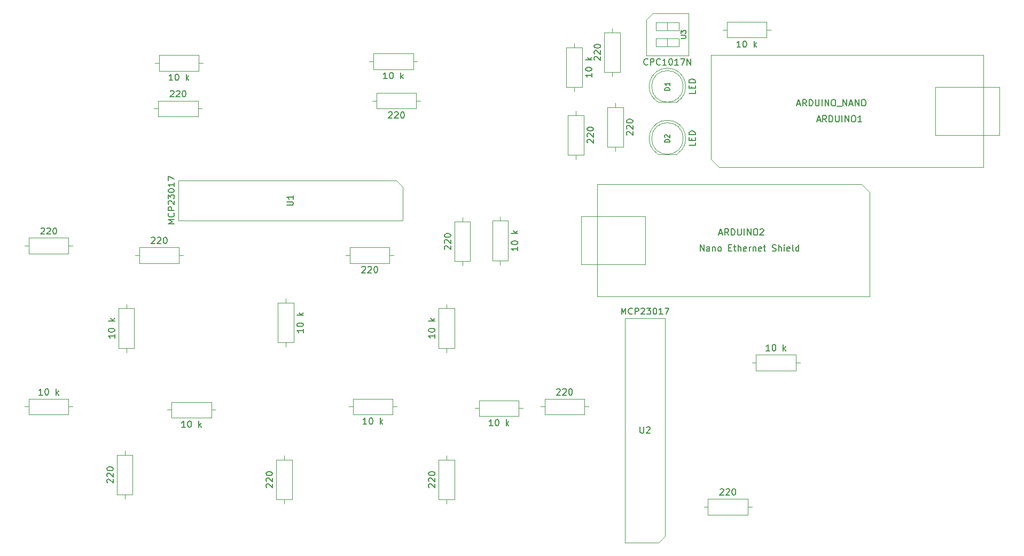
<source format=gbr>
G04 #@! TF.FileFunction,Other,Fab,Top*
%FSLAX46Y46*%
G04 Gerber Fmt 4.6, Leading zero omitted, Abs format (unit mm)*
G04 Created by KiCad (PCBNEW 4.0.7) date Monday, 04 December 2017 'PMt' 14:32:11*
%MOMM*%
%LPD*%
G01*
G04 APERTURE LIST*
%ADD10C,0.100000*%
%ADD11C,0.150000*%
%ADD12C,0.200000*%
G04 APERTURE END LIST*
D10*
X127469666Y-32480016D02*
G75*
G03X124530306Y-32480000I-1469666J2500016D01*
G01*
X128500000Y-29980000D02*
G75*
G03X128500000Y-29980000I-2500000J0D01*
G01*
X124530306Y-32480000D02*
X127469694Y-32480000D01*
X127469666Y-40730016D02*
G75*
G03X124530306Y-40730000I-1469666J2500016D01*
G01*
X128500000Y-38230000D02*
G75*
G03X128500000Y-38230000I-2500000J0D01*
G01*
X124530306Y-40730000D02*
X127469694Y-40730000D01*
X51590000Y-34750000D02*
X51590000Y-32250000D01*
X51590000Y-32250000D02*
X45290000Y-32250000D01*
X45290000Y-32250000D02*
X45290000Y-34750000D01*
X45290000Y-34750000D02*
X51590000Y-34750000D01*
X52250000Y-33500000D02*
X51590000Y-33500000D01*
X44630000Y-33500000D02*
X45290000Y-33500000D01*
X45410000Y-25000000D02*
X45410000Y-27500000D01*
X45410000Y-27500000D02*
X51710000Y-27500000D01*
X51710000Y-27500000D02*
X51710000Y-25000000D01*
X51710000Y-25000000D02*
X45410000Y-25000000D01*
X44750000Y-26250000D02*
X45410000Y-26250000D01*
X52370000Y-26250000D02*
X51710000Y-26250000D01*
X79910000Y-31000000D02*
X79910000Y-33500000D01*
X79910000Y-33500000D02*
X86210000Y-33500000D01*
X86210000Y-33500000D02*
X86210000Y-31000000D01*
X86210000Y-31000000D02*
X79910000Y-31000000D01*
X79250000Y-32250000D02*
X79910000Y-32250000D01*
X86870000Y-32250000D02*
X86210000Y-32250000D01*
X79410000Y-24750000D02*
X79410000Y-27250000D01*
X79410000Y-27250000D02*
X85710000Y-27250000D01*
X85710000Y-27250000D02*
X85710000Y-24750000D01*
X85710000Y-24750000D02*
X79410000Y-24750000D01*
X78750000Y-26000000D02*
X79410000Y-26000000D01*
X86370000Y-26000000D02*
X85710000Y-26000000D01*
X110250000Y-40840000D02*
X112750000Y-40840000D01*
X112750000Y-40840000D02*
X112750000Y-34540000D01*
X112750000Y-34540000D02*
X110250000Y-34540000D01*
X110250000Y-34540000D02*
X110250000Y-40840000D01*
X111500000Y-41500000D02*
X111500000Y-40840000D01*
X111500000Y-33880000D02*
X111500000Y-34540000D01*
X110000000Y-30090000D02*
X112500000Y-30090000D01*
X112500000Y-30090000D02*
X112500000Y-23790000D01*
X112500000Y-23790000D02*
X110000000Y-23790000D01*
X110000000Y-23790000D02*
X110000000Y-30090000D01*
X111250000Y-30750000D02*
X111250000Y-30090000D01*
X111250000Y-23130000D02*
X111250000Y-23790000D01*
X118500000Y-21410000D02*
X116000000Y-21410000D01*
X116000000Y-21410000D02*
X116000000Y-27710000D01*
X116000000Y-27710000D02*
X118500000Y-27710000D01*
X118500000Y-27710000D02*
X118500000Y-21410000D01*
X117250000Y-20750000D02*
X117250000Y-21410000D01*
X117250000Y-28370000D02*
X117250000Y-27710000D01*
X116500000Y-39590000D02*
X119000000Y-39590000D01*
X119000000Y-39590000D02*
X119000000Y-33290000D01*
X119000000Y-33290000D02*
X116500000Y-33290000D01*
X116500000Y-33290000D02*
X116500000Y-39590000D01*
X117750000Y-40250000D02*
X117750000Y-39590000D01*
X117750000Y-32630000D02*
X117750000Y-33290000D01*
X135410000Y-19750000D02*
X135410000Y-22250000D01*
X135410000Y-22250000D02*
X141710000Y-22250000D01*
X141710000Y-22250000D02*
X141710000Y-19750000D01*
X141710000Y-19750000D02*
X135410000Y-19750000D01*
X134750000Y-21000000D02*
X135410000Y-21000000D01*
X142370000Y-21000000D02*
X141710000Y-21000000D01*
X31090000Y-56500000D02*
X31090000Y-54000000D01*
X31090000Y-54000000D02*
X24790000Y-54000000D01*
X24790000Y-54000000D02*
X24790000Y-56500000D01*
X24790000Y-56500000D02*
X31090000Y-56500000D01*
X31750000Y-55250000D02*
X31090000Y-55250000D01*
X24130000Y-55250000D02*
X24790000Y-55250000D01*
X41500000Y-65160000D02*
X39000000Y-65160000D01*
X39000000Y-65160000D02*
X39000000Y-71460000D01*
X39000000Y-71460000D02*
X41500000Y-71460000D01*
X41500000Y-71460000D02*
X41500000Y-65160000D01*
X40250000Y-64500000D02*
X40250000Y-65160000D01*
X40250000Y-72120000D02*
X40250000Y-71460000D01*
X48590000Y-58000000D02*
X48590000Y-55500000D01*
X48590000Y-55500000D02*
X42290000Y-55500000D01*
X42290000Y-55500000D02*
X42290000Y-58000000D01*
X42290000Y-58000000D02*
X48590000Y-58000000D01*
X49250000Y-56750000D02*
X48590000Y-56750000D01*
X41630000Y-56750000D02*
X42290000Y-56750000D01*
X64250000Y-70590000D02*
X66750000Y-70590000D01*
X66750000Y-70590000D02*
X66750000Y-64290000D01*
X66750000Y-64290000D02*
X64250000Y-64290000D01*
X64250000Y-64290000D02*
X64250000Y-70590000D01*
X65500000Y-71250000D02*
X65500000Y-70590000D01*
X65500000Y-63630000D02*
X65500000Y-64290000D01*
X75660000Y-55500000D02*
X75660000Y-58000000D01*
X75660000Y-58000000D02*
X81960000Y-58000000D01*
X81960000Y-58000000D02*
X81960000Y-55500000D01*
X81960000Y-55500000D02*
X75660000Y-55500000D01*
X75000000Y-56750000D02*
X75660000Y-56750000D01*
X82620000Y-56750000D02*
X81960000Y-56750000D01*
X92250000Y-65160000D02*
X89750000Y-65160000D01*
X89750000Y-65160000D02*
X89750000Y-71460000D01*
X89750000Y-71460000D02*
X92250000Y-71460000D01*
X92250000Y-71460000D02*
X92250000Y-65160000D01*
X91000000Y-64500000D02*
X91000000Y-65160000D01*
X91000000Y-72120000D02*
X91000000Y-71460000D01*
X94750000Y-51410000D02*
X92250000Y-51410000D01*
X92250000Y-51410000D02*
X92250000Y-57710000D01*
X92250000Y-57710000D02*
X94750000Y-57710000D01*
X94750000Y-57710000D02*
X94750000Y-51410000D01*
X93500000Y-50750000D02*
X93500000Y-51410000D01*
X93500000Y-58370000D02*
X93500000Y-57710000D01*
X98250000Y-57590000D02*
X100750000Y-57590000D01*
X100750000Y-57590000D02*
X100750000Y-51290000D01*
X100750000Y-51290000D02*
X98250000Y-51290000D01*
X98250000Y-51290000D02*
X98250000Y-57590000D01*
X99500000Y-58250000D02*
X99500000Y-57590000D01*
X99500000Y-50630000D02*
X99500000Y-51290000D01*
X41250000Y-88410000D02*
X38750000Y-88410000D01*
X38750000Y-88410000D02*
X38750000Y-94710000D01*
X38750000Y-94710000D02*
X41250000Y-94710000D01*
X41250000Y-94710000D02*
X41250000Y-88410000D01*
X40000000Y-87750000D02*
X40000000Y-88410000D01*
X40000000Y-95370000D02*
X40000000Y-94710000D01*
X31090000Y-82000000D02*
X31090000Y-79500000D01*
X31090000Y-79500000D02*
X24790000Y-79500000D01*
X24790000Y-79500000D02*
X24790000Y-82000000D01*
X24790000Y-82000000D02*
X31090000Y-82000000D01*
X31750000Y-80750000D02*
X31090000Y-80750000D01*
X24130000Y-80750000D02*
X24790000Y-80750000D01*
X66500000Y-89160000D02*
X64000000Y-89160000D01*
X64000000Y-89160000D02*
X64000000Y-95460000D01*
X64000000Y-95460000D02*
X66500000Y-95460000D01*
X66500000Y-95460000D02*
X66500000Y-89160000D01*
X65250000Y-88500000D02*
X65250000Y-89160000D01*
X65250000Y-96120000D02*
X65250000Y-95460000D01*
X47410000Y-80000000D02*
X47410000Y-82500000D01*
X47410000Y-82500000D02*
X53710000Y-82500000D01*
X53710000Y-82500000D02*
X53710000Y-80000000D01*
X53710000Y-80000000D02*
X47410000Y-80000000D01*
X46750000Y-81250000D02*
X47410000Y-81250000D01*
X54370000Y-81250000D02*
X53710000Y-81250000D01*
X92250000Y-89160000D02*
X89750000Y-89160000D01*
X89750000Y-89160000D02*
X89750000Y-95460000D01*
X89750000Y-95460000D02*
X92250000Y-95460000D01*
X92250000Y-95460000D02*
X92250000Y-89160000D01*
X91000000Y-88500000D02*
X91000000Y-89160000D01*
X91000000Y-96120000D02*
X91000000Y-95460000D01*
X76160000Y-79500000D02*
X76160000Y-82000000D01*
X76160000Y-82000000D02*
X82460000Y-82000000D01*
X82460000Y-82000000D02*
X82460000Y-79500000D01*
X82460000Y-79500000D02*
X76160000Y-79500000D01*
X75500000Y-80750000D02*
X76160000Y-80750000D01*
X83120000Y-80750000D02*
X82460000Y-80750000D01*
X112840000Y-82000000D02*
X112840000Y-79500000D01*
X112840000Y-79500000D02*
X106540000Y-79500000D01*
X106540000Y-79500000D02*
X106540000Y-82000000D01*
X106540000Y-82000000D02*
X112840000Y-82000000D01*
X113500000Y-80750000D02*
X112840000Y-80750000D01*
X105880000Y-80750000D02*
X106540000Y-80750000D01*
X96160000Y-79750000D02*
X96160000Y-82250000D01*
X96160000Y-82250000D02*
X102460000Y-82250000D01*
X102460000Y-82250000D02*
X102460000Y-79750000D01*
X102460000Y-79750000D02*
X96160000Y-79750000D01*
X95500000Y-81000000D02*
X96160000Y-81000000D01*
X103120000Y-81000000D02*
X102460000Y-81000000D01*
X146350000Y-75000000D02*
X146350000Y-72500000D01*
X146350000Y-72500000D02*
X140050000Y-72500000D01*
X140050000Y-72500000D02*
X140050000Y-75000000D01*
X140050000Y-75000000D02*
X146350000Y-75000000D01*
X147010000Y-73750000D02*
X146350000Y-73750000D01*
X139390000Y-73750000D02*
X140050000Y-73750000D01*
X138730000Y-97860000D02*
X138730000Y-95360000D01*
X138730000Y-95360000D02*
X132430000Y-95360000D01*
X132430000Y-95360000D02*
X132430000Y-97860000D01*
X132430000Y-97860000D02*
X138730000Y-97860000D01*
X139390000Y-96610000D02*
X138730000Y-96610000D01*
X131770000Y-96610000D02*
X132430000Y-96610000D01*
X84020000Y-45885000D02*
X84020000Y-51235000D01*
X84020000Y-51235000D02*
X48460000Y-51235000D01*
X48460000Y-51235000D02*
X48460000Y-44885000D01*
X48460000Y-44885000D02*
X83020000Y-44885000D01*
X83020000Y-44885000D02*
X84020000Y-45885000D01*
X124615000Y-102270000D02*
X119265000Y-102270000D01*
X119265000Y-102270000D02*
X119265000Y-66710000D01*
X119265000Y-66710000D02*
X125615000Y-66710000D01*
X125615000Y-66710000D02*
X125615000Y-101270000D01*
X125615000Y-101270000D02*
X124615000Y-102270000D01*
X123660000Y-18430000D02*
X129340000Y-18430000D01*
X129340000Y-18430000D02*
X129340000Y-25070000D01*
X129340000Y-25070000D02*
X122660000Y-25070000D01*
X122660000Y-25070000D02*
X122660000Y-19430000D01*
X122660000Y-19430000D02*
X123660000Y-18430000D01*
X124190000Y-19845000D02*
X124190000Y-21115000D01*
X124190000Y-21115000D02*
X127810000Y-21115000D01*
X127810000Y-21115000D02*
X127810000Y-19845000D01*
X127810000Y-19845000D02*
X124190000Y-19845000D01*
X126000000Y-19845000D02*
X126000000Y-21115000D01*
X124190000Y-22385000D02*
X124190000Y-23655000D01*
X124190000Y-23655000D02*
X127810000Y-23655000D01*
X127810000Y-23655000D02*
X127810000Y-22385000D01*
X127810000Y-22385000D02*
X124190000Y-22385000D01*
X126000000Y-22385000D02*
X126000000Y-23655000D01*
X168500000Y-37690000D02*
X168500000Y-30070000D01*
X168500000Y-30070000D02*
X178660000Y-30070000D01*
X178660000Y-30070000D02*
X178660000Y-37690000D01*
X178660000Y-37690000D02*
X168500000Y-37690000D01*
X176120000Y-24990000D02*
X176120000Y-42770000D01*
X176120000Y-42770000D02*
X134210000Y-42770000D01*
X134210000Y-42770000D02*
X132940000Y-41500000D01*
X132940000Y-41500000D02*
X132940000Y-24990000D01*
X132940000Y-24990000D02*
X176120000Y-24990000D01*
X122500000Y-50560000D02*
X122500000Y-58180000D01*
X122500000Y-58180000D02*
X112340000Y-58180000D01*
X112340000Y-58180000D02*
X112340000Y-50560000D01*
X112340000Y-50560000D02*
X122500000Y-50560000D01*
X114880000Y-63260000D02*
X114880000Y-45480000D01*
X114880000Y-45480000D02*
X156790000Y-45480000D01*
X156790000Y-45480000D02*
X158060000Y-46750000D01*
X158060000Y-46750000D02*
X158060000Y-63260000D01*
X158060000Y-63260000D02*
X114880000Y-63260000D01*
D11*
X130412381Y-30622857D02*
X130412381Y-31099048D01*
X129412381Y-31099048D01*
X129888571Y-30289524D02*
X129888571Y-29956190D01*
X130412381Y-29813333D02*
X130412381Y-30289524D01*
X129412381Y-30289524D01*
X129412381Y-29813333D01*
X130412381Y-29384762D02*
X129412381Y-29384762D01*
X129412381Y-29146667D01*
X129460000Y-29003809D01*
X129555238Y-28908571D01*
X129650476Y-28860952D01*
X129840952Y-28813333D01*
X129983810Y-28813333D01*
X130174286Y-28860952D01*
X130269524Y-28908571D01*
X130364762Y-29003809D01*
X130412381Y-29146667D01*
X130412381Y-29384762D01*
D12*
X126361905Y-30590476D02*
X125561905Y-30590476D01*
X125561905Y-30400000D01*
X125600000Y-30285714D01*
X125676190Y-30209523D01*
X125752381Y-30171428D01*
X125904762Y-30133333D01*
X126019048Y-30133333D01*
X126171429Y-30171428D01*
X126247619Y-30209523D01*
X126323810Y-30285714D01*
X126361905Y-30400000D01*
X126361905Y-30590476D01*
X126361905Y-29371428D02*
X126361905Y-29828571D01*
X126361905Y-29600000D02*
X125561905Y-29600000D01*
X125676190Y-29676190D01*
X125752381Y-29752381D01*
X125790476Y-29828571D01*
D11*
X130412381Y-38872857D02*
X130412381Y-39349048D01*
X129412381Y-39349048D01*
X129888571Y-38539524D02*
X129888571Y-38206190D01*
X130412381Y-38063333D02*
X130412381Y-38539524D01*
X129412381Y-38539524D01*
X129412381Y-38063333D01*
X130412381Y-37634762D02*
X129412381Y-37634762D01*
X129412381Y-37396667D01*
X129460000Y-37253809D01*
X129555238Y-37158571D01*
X129650476Y-37110952D01*
X129840952Y-37063333D01*
X129983810Y-37063333D01*
X130174286Y-37110952D01*
X130269524Y-37158571D01*
X130364762Y-37253809D01*
X130412381Y-37396667D01*
X130412381Y-37634762D01*
D12*
X126361905Y-38840476D02*
X125561905Y-38840476D01*
X125561905Y-38650000D01*
X125600000Y-38535714D01*
X125676190Y-38459523D01*
X125752381Y-38421428D01*
X125904762Y-38383333D01*
X126019048Y-38383333D01*
X126171429Y-38421428D01*
X126247619Y-38459523D01*
X126323810Y-38535714D01*
X126361905Y-38650000D01*
X126361905Y-38840476D01*
X125638095Y-38078571D02*
X125600000Y-38040476D01*
X125561905Y-37964285D01*
X125561905Y-37773809D01*
X125600000Y-37697619D01*
X125638095Y-37659523D01*
X125714286Y-37621428D01*
X125790476Y-37621428D01*
X125904762Y-37659523D01*
X126361905Y-38116666D01*
X126361905Y-37621428D01*
D11*
X47201905Y-30737619D02*
X47249524Y-30690000D01*
X47344762Y-30642381D01*
X47582858Y-30642381D01*
X47678096Y-30690000D01*
X47725715Y-30737619D01*
X47773334Y-30832857D01*
X47773334Y-30928095D01*
X47725715Y-31070952D01*
X47154286Y-31642381D01*
X47773334Y-31642381D01*
X48154286Y-30737619D02*
X48201905Y-30690000D01*
X48297143Y-30642381D01*
X48535239Y-30642381D01*
X48630477Y-30690000D01*
X48678096Y-30737619D01*
X48725715Y-30832857D01*
X48725715Y-30928095D01*
X48678096Y-31070952D01*
X48106667Y-31642381D01*
X48725715Y-31642381D01*
X49344762Y-30642381D02*
X49440001Y-30642381D01*
X49535239Y-30690000D01*
X49582858Y-30737619D01*
X49630477Y-30832857D01*
X49678096Y-31023333D01*
X49678096Y-31261429D01*
X49630477Y-31451905D01*
X49582858Y-31547143D01*
X49535239Y-31594762D01*
X49440001Y-31642381D01*
X49344762Y-31642381D01*
X49249524Y-31594762D01*
X49201905Y-31547143D01*
X49154286Y-31451905D01*
X49106667Y-31261429D01*
X49106667Y-31023333D01*
X49154286Y-30832857D01*
X49201905Y-30737619D01*
X49249524Y-30690000D01*
X49344762Y-30642381D01*
X47583810Y-29012381D02*
X47012381Y-29012381D01*
X47298095Y-29012381D02*
X47298095Y-28012381D01*
X47202857Y-28155238D01*
X47107619Y-28250476D01*
X47012381Y-28298095D01*
X48202857Y-28012381D02*
X48298096Y-28012381D01*
X48393334Y-28060000D01*
X48440953Y-28107619D01*
X48488572Y-28202857D01*
X48536191Y-28393333D01*
X48536191Y-28631429D01*
X48488572Y-28821905D01*
X48440953Y-28917143D01*
X48393334Y-28964762D01*
X48298096Y-29012381D01*
X48202857Y-29012381D01*
X48107619Y-28964762D01*
X48060000Y-28917143D01*
X48012381Y-28821905D01*
X47964762Y-28631429D01*
X47964762Y-28393333D01*
X48012381Y-28202857D01*
X48060000Y-28107619D01*
X48107619Y-28060000D01*
X48202857Y-28012381D01*
X49726667Y-29012381D02*
X49726667Y-28012381D01*
X49821905Y-28631429D02*
X50107620Y-29012381D01*
X50107620Y-28345714D02*
X49726667Y-28726667D01*
X81821905Y-34107619D02*
X81869524Y-34060000D01*
X81964762Y-34012381D01*
X82202858Y-34012381D01*
X82298096Y-34060000D01*
X82345715Y-34107619D01*
X82393334Y-34202857D01*
X82393334Y-34298095D01*
X82345715Y-34440952D01*
X81774286Y-35012381D01*
X82393334Y-35012381D01*
X82774286Y-34107619D02*
X82821905Y-34060000D01*
X82917143Y-34012381D01*
X83155239Y-34012381D01*
X83250477Y-34060000D01*
X83298096Y-34107619D01*
X83345715Y-34202857D01*
X83345715Y-34298095D01*
X83298096Y-34440952D01*
X82726667Y-35012381D01*
X83345715Y-35012381D01*
X83964762Y-34012381D02*
X84060001Y-34012381D01*
X84155239Y-34060000D01*
X84202858Y-34107619D01*
X84250477Y-34202857D01*
X84298096Y-34393333D01*
X84298096Y-34631429D01*
X84250477Y-34821905D01*
X84202858Y-34917143D01*
X84155239Y-34964762D01*
X84060001Y-35012381D01*
X83964762Y-35012381D01*
X83869524Y-34964762D01*
X83821905Y-34917143D01*
X83774286Y-34821905D01*
X83726667Y-34631429D01*
X83726667Y-34393333D01*
X83774286Y-34202857D01*
X83821905Y-34107619D01*
X83869524Y-34060000D01*
X83964762Y-34012381D01*
X81583810Y-28762381D02*
X81012381Y-28762381D01*
X81298095Y-28762381D02*
X81298095Y-27762381D01*
X81202857Y-27905238D01*
X81107619Y-28000476D01*
X81012381Y-28048095D01*
X82202857Y-27762381D02*
X82298096Y-27762381D01*
X82393334Y-27810000D01*
X82440953Y-27857619D01*
X82488572Y-27952857D01*
X82536191Y-28143333D01*
X82536191Y-28381429D01*
X82488572Y-28571905D01*
X82440953Y-28667143D01*
X82393334Y-28714762D01*
X82298096Y-28762381D01*
X82202857Y-28762381D01*
X82107619Y-28714762D01*
X82060000Y-28667143D01*
X82012381Y-28571905D01*
X81964762Y-28381429D01*
X81964762Y-28143333D01*
X82012381Y-27952857D01*
X82060000Y-27857619D01*
X82107619Y-27810000D01*
X82202857Y-27762381D01*
X83726667Y-28762381D02*
X83726667Y-27762381D01*
X83821905Y-28381429D02*
X84107620Y-28762381D01*
X84107620Y-28095714D02*
X83726667Y-28476667D01*
X113357619Y-38928095D02*
X113310000Y-38880476D01*
X113262381Y-38785238D01*
X113262381Y-38547142D01*
X113310000Y-38451904D01*
X113357619Y-38404285D01*
X113452857Y-38356666D01*
X113548095Y-38356666D01*
X113690952Y-38404285D01*
X114262381Y-38975714D01*
X114262381Y-38356666D01*
X113357619Y-37975714D02*
X113310000Y-37928095D01*
X113262381Y-37832857D01*
X113262381Y-37594761D01*
X113310000Y-37499523D01*
X113357619Y-37451904D01*
X113452857Y-37404285D01*
X113548095Y-37404285D01*
X113690952Y-37451904D01*
X114262381Y-38023333D01*
X114262381Y-37404285D01*
X113262381Y-36785238D02*
X113262381Y-36689999D01*
X113310000Y-36594761D01*
X113357619Y-36547142D01*
X113452857Y-36499523D01*
X113643333Y-36451904D01*
X113881429Y-36451904D01*
X114071905Y-36499523D01*
X114167143Y-36547142D01*
X114214762Y-36594761D01*
X114262381Y-36689999D01*
X114262381Y-36785238D01*
X114214762Y-36880476D01*
X114167143Y-36928095D01*
X114071905Y-36975714D01*
X113881429Y-37023333D01*
X113643333Y-37023333D01*
X113452857Y-36975714D01*
X113357619Y-36928095D01*
X113310000Y-36880476D01*
X113262381Y-36785238D01*
X114012381Y-27916190D02*
X114012381Y-28487619D01*
X114012381Y-28201905D02*
X113012381Y-28201905D01*
X113155238Y-28297143D01*
X113250476Y-28392381D01*
X113298095Y-28487619D01*
X113012381Y-27297143D02*
X113012381Y-27201904D01*
X113060000Y-27106666D01*
X113107619Y-27059047D01*
X113202857Y-27011428D01*
X113393333Y-26963809D01*
X113631429Y-26963809D01*
X113821905Y-27011428D01*
X113917143Y-27059047D01*
X113964762Y-27106666D01*
X114012381Y-27201904D01*
X114012381Y-27297143D01*
X113964762Y-27392381D01*
X113917143Y-27440000D01*
X113821905Y-27487619D01*
X113631429Y-27535238D01*
X113393333Y-27535238D01*
X113202857Y-27487619D01*
X113107619Y-27440000D01*
X113060000Y-27392381D01*
X113012381Y-27297143D01*
X114012381Y-25773333D02*
X113012381Y-25773333D01*
X113631429Y-25678095D02*
X114012381Y-25392380D01*
X113345714Y-25392380D02*
X113726667Y-25773333D01*
X114487619Y-25798095D02*
X114440000Y-25750476D01*
X114392381Y-25655238D01*
X114392381Y-25417142D01*
X114440000Y-25321904D01*
X114487619Y-25274285D01*
X114582857Y-25226666D01*
X114678095Y-25226666D01*
X114820952Y-25274285D01*
X115392381Y-25845714D01*
X115392381Y-25226666D01*
X114487619Y-24845714D02*
X114440000Y-24798095D01*
X114392381Y-24702857D01*
X114392381Y-24464761D01*
X114440000Y-24369523D01*
X114487619Y-24321904D01*
X114582857Y-24274285D01*
X114678095Y-24274285D01*
X114820952Y-24321904D01*
X115392381Y-24893333D01*
X115392381Y-24274285D01*
X114392381Y-23655238D02*
X114392381Y-23559999D01*
X114440000Y-23464761D01*
X114487619Y-23417142D01*
X114582857Y-23369523D01*
X114773333Y-23321904D01*
X115011429Y-23321904D01*
X115201905Y-23369523D01*
X115297143Y-23417142D01*
X115344762Y-23464761D01*
X115392381Y-23559999D01*
X115392381Y-23655238D01*
X115344762Y-23750476D01*
X115297143Y-23798095D01*
X115201905Y-23845714D01*
X115011429Y-23893333D01*
X114773333Y-23893333D01*
X114582857Y-23845714D01*
X114487619Y-23798095D01*
X114440000Y-23750476D01*
X114392381Y-23655238D01*
X119607619Y-37678095D02*
X119560000Y-37630476D01*
X119512381Y-37535238D01*
X119512381Y-37297142D01*
X119560000Y-37201904D01*
X119607619Y-37154285D01*
X119702857Y-37106666D01*
X119798095Y-37106666D01*
X119940952Y-37154285D01*
X120512381Y-37725714D01*
X120512381Y-37106666D01*
X119607619Y-36725714D02*
X119560000Y-36678095D01*
X119512381Y-36582857D01*
X119512381Y-36344761D01*
X119560000Y-36249523D01*
X119607619Y-36201904D01*
X119702857Y-36154285D01*
X119798095Y-36154285D01*
X119940952Y-36201904D01*
X120512381Y-36773333D01*
X120512381Y-36154285D01*
X119512381Y-35535238D02*
X119512381Y-35439999D01*
X119560000Y-35344761D01*
X119607619Y-35297142D01*
X119702857Y-35249523D01*
X119893333Y-35201904D01*
X120131429Y-35201904D01*
X120321905Y-35249523D01*
X120417143Y-35297142D01*
X120464762Y-35344761D01*
X120512381Y-35439999D01*
X120512381Y-35535238D01*
X120464762Y-35630476D01*
X120417143Y-35678095D01*
X120321905Y-35725714D01*
X120131429Y-35773333D01*
X119893333Y-35773333D01*
X119702857Y-35725714D01*
X119607619Y-35678095D01*
X119560000Y-35630476D01*
X119512381Y-35535238D01*
X137583810Y-23762381D02*
X137012381Y-23762381D01*
X137298095Y-23762381D02*
X137298095Y-22762381D01*
X137202857Y-22905238D01*
X137107619Y-23000476D01*
X137012381Y-23048095D01*
X138202857Y-22762381D02*
X138298096Y-22762381D01*
X138393334Y-22810000D01*
X138440953Y-22857619D01*
X138488572Y-22952857D01*
X138536191Y-23143333D01*
X138536191Y-23381429D01*
X138488572Y-23571905D01*
X138440953Y-23667143D01*
X138393334Y-23714762D01*
X138298096Y-23762381D01*
X138202857Y-23762381D01*
X138107619Y-23714762D01*
X138060000Y-23667143D01*
X138012381Y-23571905D01*
X137964762Y-23381429D01*
X137964762Y-23143333D01*
X138012381Y-22952857D01*
X138060000Y-22857619D01*
X138107619Y-22810000D01*
X138202857Y-22762381D01*
X139726667Y-23762381D02*
X139726667Y-22762381D01*
X139821905Y-23381429D02*
X140107620Y-23762381D01*
X140107620Y-23095714D02*
X139726667Y-23476667D01*
X26701905Y-52487619D02*
X26749524Y-52440000D01*
X26844762Y-52392381D01*
X27082858Y-52392381D01*
X27178096Y-52440000D01*
X27225715Y-52487619D01*
X27273334Y-52582857D01*
X27273334Y-52678095D01*
X27225715Y-52820952D01*
X26654286Y-53392381D01*
X27273334Y-53392381D01*
X27654286Y-52487619D02*
X27701905Y-52440000D01*
X27797143Y-52392381D01*
X28035239Y-52392381D01*
X28130477Y-52440000D01*
X28178096Y-52487619D01*
X28225715Y-52582857D01*
X28225715Y-52678095D01*
X28178096Y-52820952D01*
X27606667Y-53392381D01*
X28225715Y-53392381D01*
X28844762Y-52392381D02*
X28940001Y-52392381D01*
X29035239Y-52440000D01*
X29082858Y-52487619D01*
X29130477Y-52582857D01*
X29178096Y-52773333D01*
X29178096Y-53011429D01*
X29130477Y-53201905D01*
X29082858Y-53297143D01*
X29035239Y-53344762D01*
X28940001Y-53392381D01*
X28844762Y-53392381D01*
X28749524Y-53344762D01*
X28701905Y-53297143D01*
X28654286Y-53201905D01*
X28606667Y-53011429D01*
X28606667Y-52773333D01*
X28654286Y-52582857D01*
X28701905Y-52487619D01*
X28749524Y-52440000D01*
X28844762Y-52392381D01*
X38392381Y-69286190D02*
X38392381Y-69857619D01*
X38392381Y-69571905D02*
X37392381Y-69571905D01*
X37535238Y-69667143D01*
X37630476Y-69762381D01*
X37678095Y-69857619D01*
X37392381Y-68667143D02*
X37392381Y-68571904D01*
X37440000Y-68476666D01*
X37487619Y-68429047D01*
X37582857Y-68381428D01*
X37773333Y-68333809D01*
X38011429Y-68333809D01*
X38201905Y-68381428D01*
X38297143Y-68429047D01*
X38344762Y-68476666D01*
X38392381Y-68571904D01*
X38392381Y-68667143D01*
X38344762Y-68762381D01*
X38297143Y-68810000D01*
X38201905Y-68857619D01*
X38011429Y-68905238D01*
X37773333Y-68905238D01*
X37582857Y-68857619D01*
X37487619Y-68810000D01*
X37440000Y-68762381D01*
X37392381Y-68667143D01*
X38392381Y-67143333D02*
X37392381Y-67143333D01*
X38011429Y-67048095D02*
X38392381Y-66762380D01*
X37725714Y-66762380D02*
X38106667Y-67143333D01*
X44201905Y-53987619D02*
X44249524Y-53940000D01*
X44344762Y-53892381D01*
X44582858Y-53892381D01*
X44678096Y-53940000D01*
X44725715Y-53987619D01*
X44773334Y-54082857D01*
X44773334Y-54178095D01*
X44725715Y-54320952D01*
X44154286Y-54892381D01*
X44773334Y-54892381D01*
X45154286Y-53987619D02*
X45201905Y-53940000D01*
X45297143Y-53892381D01*
X45535239Y-53892381D01*
X45630477Y-53940000D01*
X45678096Y-53987619D01*
X45725715Y-54082857D01*
X45725715Y-54178095D01*
X45678096Y-54320952D01*
X45106667Y-54892381D01*
X45725715Y-54892381D01*
X46344762Y-53892381D02*
X46440001Y-53892381D01*
X46535239Y-53940000D01*
X46582858Y-53987619D01*
X46630477Y-54082857D01*
X46678096Y-54273333D01*
X46678096Y-54511429D01*
X46630477Y-54701905D01*
X46582858Y-54797143D01*
X46535239Y-54844762D01*
X46440001Y-54892381D01*
X46344762Y-54892381D01*
X46249524Y-54844762D01*
X46201905Y-54797143D01*
X46154286Y-54701905D01*
X46106667Y-54511429D01*
X46106667Y-54273333D01*
X46154286Y-54082857D01*
X46201905Y-53987619D01*
X46249524Y-53940000D01*
X46344762Y-53892381D01*
X68262381Y-68416190D02*
X68262381Y-68987619D01*
X68262381Y-68701905D02*
X67262381Y-68701905D01*
X67405238Y-68797143D01*
X67500476Y-68892381D01*
X67548095Y-68987619D01*
X67262381Y-67797143D02*
X67262381Y-67701904D01*
X67310000Y-67606666D01*
X67357619Y-67559047D01*
X67452857Y-67511428D01*
X67643333Y-67463809D01*
X67881429Y-67463809D01*
X68071905Y-67511428D01*
X68167143Y-67559047D01*
X68214762Y-67606666D01*
X68262381Y-67701904D01*
X68262381Y-67797143D01*
X68214762Y-67892381D01*
X68167143Y-67940000D01*
X68071905Y-67987619D01*
X67881429Y-68035238D01*
X67643333Y-68035238D01*
X67452857Y-67987619D01*
X67357619Y-67940000D01*
X67310000Y-67892381D01*
X67262381Y-67797143D01*
X68262381Y-66273333D02*
X67262381Y-66273333D01*
X67881429Y-66178095D02*
X68262381Y-65892380D01*
X67595714Y-65892380D02*
X67976667Y-66273333D01*
X77571905Y-58607619D02*
X77619524Y-58560000D01*
X77714762Y-58512381D01*
X77952858Y-58512381D01*
X78048096Y-58560000D01*
X78095715Y-58607619D01*
X78143334Y-58702857D01*
X78143334Y-58798095D01*
X78095715Y-58940952D01*
X77524286Y-59512381D01*
X78143334Y-59512381D01*
X78524286Y-58607619D02*
X78571905Y-58560000D01*
X78667143Y-58512381D01*
X78905239Y-58512381D01*
X79000477Y-58560000D01*
X79048096Y-58607619D01*
X79095715Y-58702857D01*
X79095715Y-58798095D01*
X79048096Y-58940952D01*
X78476667Y-59512381D01*
X79095715Y-59512381D01*
X79714762Y-58512381D02*
X79810001Y-58512381D01*
X79905239Y-58560000D01*
X79952858Y-58607619D01*
X80000477Y-58702857D01*
X80048096Y-58893333D01*
X80048096Y-59131429D01*
X80000477Y-59321905D01*
X79952858Y-59417143D01*
X79905239Y-59464762D01*
X79810001Y-59512381D01*
X79714762Y-59512381D01*
X79619524Y-59464762D01*
X79571905Y-59417143D01*
X79524286Y-59321905D01*
X79476667Y-59131429D01*
X79476667Y-58893333D01*
X79524286Y-58702857D01*
X79571905Y-58607619D01*
X79619524Y-58560000D01*
X79714762Y-58512381D01*
X89142381Y-69286190D02*
X89142381Y-69857619D01*
X89142381Y-69571905D02*
X88142381Y-69571905D01*
X88285238Y-69667143D01*
X88380476Y-69762381D01*
X88428095Y-69857619D01*
X88142381Y-68667143D02*
X88142381Y-68571904D01*
X88190000Y-68476666D01*
X88237619Y-68429047D01*
X88332857Y-68381428D01*
X88523333Y-68333809D01*
X88761429Y-68333809D01*
X88951905Y-68381428D01*
X89047143Y-68429047D01*
X89094762Y-68476666D01*
X89142381Y-68571904D01*
X89142381Y-68667143D01*
X89094762Y-68762381D01*
X89047143Y-68810000D01*
X88951905Y-68857619D01*
X88761429Y-68905238D01*
X88523333Y-68905238D01*
X88332857Y-68857619D01*
X88237619Y-68810000D01*
X88190000Y-68762381D01*
X88142381Y-68667143D01*
X89142381Y-67143333D02*
X88142381Y-67143333D01*
X88761429Y-67048095D02*
X89142381Y-66762380D01*
X88475714Y-66762380D02*
X88856667Y-67143333D01*
X90737619Y-55798095D02*
X90690000Y-55750476D01*
X90642381Y-55655238D01*
X90642381Y-55417142D01*
X90690000Y-55321904D01*
X90737619Y-55274285D01*
X90832857Y-55226666D01*
X90928095Y-55226666D01*
X91070952Y-55274285D01*
X91642381Y-55845714D01*
X91642381Y-55226666D01*
X90737619Y-54845714D02*
X90690000Y-54798095D01*
X90642381Y-54702857D01*
X90642381Y-54464761D01*
X90690000Y-54369523D01*
X90737619Y-54321904D01*
X90832857Y-54274285D01*
X90928095Y-54274285D01*
X91070952Y-54321904D01*
X91642381Y-54893333D01*
X91642381Y-54274285D01*
X90642381Y-53655238D02*
X90642381Y-53559999D01*
X90690000Y-53464761D01*
X90737619Y-53417142D01*
X90832857Y-53369523D01*
X91023333Y-53321904D01*
X91261429Y-53321904D01*
X91451905Y-53369523D01*
X91547143Y-53417142D01*
X91594762Y-53464761D01*
X91642381Y-53559999D01*
X91642381Y-53655238D01*
X91594762Y-53750476D01*
X91547143Y-53798095D01*
X91451905Y-53845714D01*
X91261429Y-53893333D01*
X91023333Y-53893333D01*
X90832857Y-53845714D01*
X90737619Y-53798095D01*
X90690000Y-53750476D01*
X90642381Y-53655238D01*
X102262381Y-55416190D02*
X102262381Y-55987619D01*
X102262381Y-55701905D02*
X101262381Y-55701905D01*
X101405238Y-55797143D01*
X101500476Y-55892381D01*
X101548095Y-55987619D01*
X101262381Y-54797143D02*
X101262381Y-54701904D01*
X101310000Y-54606666D01*
X101357619Y-54559047D01*
X101452857Y-54511428D01*
X101643333Y-54463809D01*
X101881429Y-54463809D01*
X102071905Y-54511428D01*
X102167143Y-54559047D01*
X102214762Y-54606666D01*
X102262381Y-54701904D01*
X102262381Y-54797143D01*
X102214762Y-54892381D01*
X102167143Y-54940000D01*
X102071905Y-54987619D01*
X101881429Y-55035238D01*
X101643333Y-55035238D01*
X101452857Y-54987619D01*
X101357619Y-54940000D01*
X101310000Y-54892381D01*
X101262381Y-54797143D01*
X102262381Y-53273333D02*
X101262381Y-53273333D01*
X101881429Y-53178095D02*
X102262381Y-52892380D01*
X101595714Y-52892380D02*
X101976667Y-53273333D01*
X37237619Y-92798095D02*
X37190000Y-92750476D01*
X37142381Y-92655238D01*
X37142381Y-92417142D01*
X37190000Y-92321904D01*
X37237619Y-92274285D01*
X37332857Y-92226666D01*
X37428095Y-92226666D01*
X37570952Y-92274285D01*
X38142381Y-92845714D01*
X38142381Y-92226666D01*
X37237619Y-91845714D02*
X37190000Y-91798095D01*
X37142381Y-91702857D01*
X37142381Y-91464761D01*
X37190000Y-91369523D01*
X37237619Y-91321904D01*
X37332857Y-91274285D01*
X37428095Y-91274285D01*
X37570952Y-91321904D01*
X38142381Y-91893333D01*
X38142381Y-91274285D01*
X37142381Y-90655238D02*
X37142381Y-90559999D01*
X37190000Y-90464761D01*
X37237619Y-90417142D01*
X37332857Y-90369523D01*
X37523333Y-90321904D01*
X37761429Y-90321904D01*
X37951905Y-90369523D01*
X38047143Y-90417142D01*
X38094762Y-90464761D01*
X38142381Y-90559999D01*
X38142381Y-90655238D01*
X38094762Y-90750476D01*
X38047143Y-90798095D01*
X37951905Y-90845714D01*
X37761429Y-90893333D01*
X37523333Y-90893333D01*
X37332857Y-90845714D01*
X37237619Y-90798095D01*
X37190000Y-90750476D01*
X37142381Y-90655238D01*
X26963810Y-78892381D02*
X26392381Y-78892381D01*
X26678095Y-78892381D02*
X26678095Y-77892381D01*
X26582857Y-78035238D01*
X26487619Y-78130476D01*
X26392381Y-78178095D01*
X27582857Y-77892381D02*
X27678096Y-77892381D01*
X27773334Y-77940000D01*
X27820953Y-77987619D01*
X27868572Y-78082857D01*
X27916191Y-78273333D01*
X27916191Y-78511429D01*
X27868572Y-78701905D01*
X27820953Y-78797143D01*
X27773334Y-78844762D01*
X27678096Y-78892381D01*
X27582857Y-78892381D01*
X27487619Y-78844762D01*
X27440000Y-78797143D01*
X27392381Y-78701905D01*
X27344762Y-78511429D01*
X27344762Y-78273333D01*
X27392381Y-78082857D01*
X27440000Y-77987619D01*
X27487619Y-77940000D01*
X27582857Y-77892381D01*
X29106667Y-78892381D02*
X29106667Y-77892381D01*
X29201905Y-78511429D02*
X29487620Y-78892381D01*
X29487620Y-78225714D02*
X29106667Y-78606667D01*
X62487619Y-93548095D02*
X62440000Y-93500476D01*
X62392381Y-93405238D01*
X62392381Y-93167142D01*
X62440000Y-93071904D01*
X62487619Y-93024285D01*
X62582857Y-92976666D01*
X62678095Y-92976666D01*
X62820952Y-93024285D01*
X63392381Y-93595714D01*
X63392381Y-92976666D01*
X62487619Y-92595714D02*
X62440000Y-92548095D01*
X62392381Y-92452857D01*
X62392381Y-92214761D01*
X62440000Y-92119523D01*
X62487619Y-92071904D01*
X62582857Y-92024285D01*
X62678095Y-92024285D01*
X62820952Y-92071904D01*
X63392381Y-92643333D01*
X63392381Y-92024285D01*
X62392381Y-91405238D02*
X62392381Y-91309999D01*
X62440000Y-91214761D01*
X62487619Y-91167142D01*
X62582857Y-91119523D01*
X62773333Y-91071904D01*
X63011429Y-91071904D01*
X63201905Y-91119523D01*
X63297143Y-91167142D01*
X63344762Y-91214761D01*
X63392381Y-91309999D01*
X63392381Y-91405238D01*
X63344762Y-91500476D01*
X63297143Y-91548095D01*
X63201905Y-91595714D01*
X63011429Y-91643333D01*
X62773333Y-91643333D01*
X62582857Y-91595714D01*
X62487619Y-91548095D01*
X62440000Y-91500476D01*
X62392381Y-91405238D01*
X49583810Y-84012381D02*
X49012381Y-84012381D01*
X49298095Y-84012381D02*
X49298095Y-83012381D01*
X49202857Y-83155238D01*
X49107619Y-83250476D01*
X49012381Y-83298095D01*
X50202857Y-83012381D02*
X50298096Y-83012381D01*
X50393334Y-83060000D01*
X50440953Y-83107619D01*
X50488572Y-83202857D01*
X50536191Y-83393333D01*
X50536191Y-83631429D01*
X50488572Y-83821905D01*
X50440953Y-83917143D01*
X50393334Y-83964762D01*
X50298096Y-84012381D01*
X50202857Y-84012381D01*
X50107619Y-83964762D01*
X50060000Y-83917143D01*
X50012381Y-83821905D01*
X49964762Y-83631429D01*
X49964762Y-83393333D01*
X50012381Y-83202857D01*
X50060000Y-83107619D01*
X50107619Y-83060000D01*
X50202857Y-83012381D01*
X51726667Y-84012381D02*
X51726667Y-83012381D01*
X51821905Y-83631429D02*
X52107620Y-84012381D01*
X52107620Y-83345714D02*
X51726667Y-83726667D01*
X88237619Y-93548095D02*
X88190000Y-93500476D01*
X88142381Y-93405238D01*
X88142381Y-93167142D01*
X88190000Y-93071904D01*
X88237619Y-93024285D01*
X88332857Y-92976666D01*
X88428095Y-92976666D01*
X88570952Y-93024285D01*
X89142381Y-93595714D01*
X89142381Y-92976666D01*
X88237619Y-92595714D02*
X88190000Y-92548095D01*
X88142381Y-92452857D01*
X88142381Y-92214761D01*
X88190000Y-92119523D01*
X88237619Y-92071904D01*
X88332857Y-92024285D01*
X88428095Y-92024285D01*
X88570952Y-92071904D01*
X89142381Y-92643333D01*
X89142381Y-92024285D01*
X88142381Y-91405238D02*
X88142381Y-91309999D01*
X88190000Y-91214761D01*
X88237619Y-91167142D01*
X88332857Y-91119523D01*
X88523333Y-91071904D01*
X88761429Y-91071904D01*
X88951905Y-91119523D01*
X89047143Y-91167142D01*
X89094762Y-91214761D01*
X89142381Y-91309999D01*
X89142381Y-91405238D01*
X89094762Y-91500476D01*
X89047143Y-91548095D01*
X88951905Y-91595714D01*
X88761429Y-91643333D01*
X88523333Y-91643333D01*
X88332857Y-91595714D01*
X88237619Y-91548095D01*
X88190000Y-91500476D01*
X88142381Y-91405238D01*
X78333810Y-83512381D02*
X77762381Y-83512381D01*
X78048095Y-83512381D02*
X78048095Y-82512381D01*
X77952857Y-82655238D01*
X77857619Y-82750476D01*
X77762381Y-82798095D01*
X78952857Y-82512381D02*
X79048096Y-82512381D01*
X79143334Y-82560000D01*
X79190953Y-82607619D01*
X79238572Y-82702857D01*
X79286191Y-82893333D01*
X79286191Y-83131429D01*
X79238572Y-83321905D01*
X79190953Y-83417143D01*
X79143334Y-83464762D01*
X79048096Y-83512381D01*
X78952857Y-83512381D01*
X78857619Y-83464762D01*
X78810000Y-83417143D01*
X78762381Y-83321905D01*
X78714762Y-83131429D01*
X78714762Y-82893333D01*
X78762381Y-82702857D01*
X78810000Y-82607619D01*
X78857619Y-82560000D01*
X78952857Y-82512381D01*
X80476667Y-83512381D02*
X80476667Y-82512381D01*
X80571905Y-83131429D02*
X80857620Y-83512381D01*
X80857620Y-82845714D02*
X80476667Y-83226667D01*
X108451905Y-77987619D02*
X108499524Y-77940000D01*
X108594762Y-77892381D01*
X108832858Y-77892381D01*
X108928096Y-77940000D01*
X108975715Y-77987619D01*
X109023334Y-78082857D01*
X109023334Y-78178095D01*
X108975715Y-78320952D01*
X108404286Y-78892381D01*
X109023334Y-78892381D01*
X109404286Y-77987619D02*
X109451905Y-77940000D01*
X109547143Y-77892381D01*
X109785239Y-77892381D01*
X109880477Y-77940000D01*
X109928096Y-77987619D01*
X109975715Y-78082857D01*
X109975715Y-78178095D01*
X109928096Y-78320952D01*
X109356667Y-78892381D01*
X109975715Y-78892381D01*
X110594762Y-77892381D02*
X110690001Y-77892381D01*
X110785239Y-77940000D01*
X110832858Y-77987619D01*
X110880477Y-78082857D01*
X110928096Y-78273333D01*
X110928096Y-78511429D01*
X110880477Y-78701905D01*
X110832858Y-78797143D01*
X110785239Y-78844762D01*
X110690001Y-78892381D01*
X110594762Y-78892381D01*
X110499524Y-78844762D01*
X110451905Y-78797143D01*
X110404286Y-78701905D01*
X110356667Y-78511429D01*
X110356667Y-78273333D01*
X110404286Y-78082857D01*
X110451905Y-77987619D01*
X110499524Y-77940000D01*
X110594762Y-77892381D01*
X98333810Y-83762381D02*
X97762381Y-83762381D01*
X98048095Y-83762381D02*
X98048095Y-82762381D01*
X97952857Y-82905238D01*
X97857619Y-83000476D01*
X97762381Y-83048095D01*
X98952857Y-82762381D02*
X99048096Y-82762381D01*
X99143334Y-82810000D01*
X99190953Y-82857619D01*
X99238572Y-82952857D01*
X99286191Y-83143333D01*
X99286191Y-83381429D01*
X99238572Y-83571905D01*
X99190953Y-83667143D01*
X99143334Y-83714762D01*
X99048096Y-83762381D01*
X98952857Y-83762381D01*
X98857619Y-83714762D01*
X98810000Y-83667143D01*
X98762381Y-83571905D01*
X98714762Y-83381429D01*
X98714762Y-83143333D01*
X98762381Y-82952857D01*
X98810000Y-82857619D01*
X98857619Y-82810000D01*
X98952857Y-82762381D01*
X100476667Y-83762381D02*
X100476667Y-82762381D01*
X100571905Y-83381429D02*
X100857620Y-83762381D01*
X100857620Y-83095714D02*
X100476667Y-83476667D01*
X142223810Y-71892381D02*
X141652381Y-71892381D01*
X141938095Y-71892381D02*
X141938095Y-70892381D01*
X141842857Y-71035238D01*
X141747619Y-71130476D01*
X141652381Y-71178095D01*
X142842857Y-70892381D02*
X142938096Y-70892381D01*
X143033334Y-70940000D01*
X143080953Y-70987619D01*
X143128572Y-71082857D01*
X143176191Y-71273333D01*
X143176191Y-71511429D01*
X143128572Y-71701905D01*
X143080953Y-71797143D01*
X143033334Y-71844762D01*
X142938096Y-71892381D01*
X142842857Y-71892381D01*
X142747619Y-71844762D01*
X142700000Y-71797143D01*
X142652381Y-71701905D01*
X142604762Y-71511429D01*
X142604762Y-71273333D01*
X142652381Y-71082857D01*
X142700000Y-70987619D01*
X142747619Y-70940000D01*
X142842857Y-70892381D01*
X144366667Y-71892381D02*
X144366667Y-70892381D01*
X144461905Y-71511429D02*
X144747620Y-71892381D01*
X144747620Y-71225714D02*
X144366667Y-71606667D01*
X134341905Y-93847619D02*
X134389524Y-93800000D01*
X134484762Y-93752381D01*
X134722858Y-93752381D01*
X134818096Y-93800000D01*
X134865715Y-93847619D01*
X134913334Y-93942857D01*
X134913334Y-94038095D01*
X134865715Y-94180952D01*
X134294286Y-94752381D01*
X134913334Y-94752381D01*
X135294286Y-93847619D02*
X135341905Y-93800000D01*
X135437143Y-93752381D01*
X135675239Y-93752381D01*
X135770477Y-93800000D01*
X135818096Y-93847619D01*
X135865715Y-93942857D01*
X135865715Y-94038095D01*
X135818096Y-94180952D01*
X135246667Y-94752381D01*
X135865715Y-94752381D01*
X136484762Y-93752381D02*
X136580001Y-93752381D01*
X136675239Y-93800000D01*
X136722858Y-93847619D01*
X136770477Y-93942857D01*
X136818096Y-94133333D01*
X136818096Y-94371429D01*
X136770477Y-94561905D01*
X136722858Y-94657143D01*
X136675239Y-94704762D01*
X136580001Y-94752381D01*
X136484762Y-94752381D01*
X136389524Y-94704762D01*
X136341905Y-94657143D01*
X136294286Y-94561905D01*
X136246667Y-94371429D01*
X136246667Y-94133333D01*
X136294286Y-93942857D01*
X136341905Y-93847619D01*
X136389524Y-93800000D01*
X136484762Y-93752381D01*
X47852381Y-51774286D02*
X46852381Y-51774286D01*
X47566667Y-51440952D01*
X46852381Y-51107619D01*
X47852381Y-51107619D01*
X47757143Y-50060000D02*
X47804762Y-50107619D01*
X47852381Y-50250476D01*
X47852381Y-50345714D01*
X47804762Y-50488572D01*
X47709524Y-50583810D01*
X47614286Y-50631429D01*
X47423810Y-50679048D01*
X47280952Y-50679048D01*
X47090476Y-50631429D01*
X46995238Y-50583810D01*
X46900000Y-50488572D01*
X46852381Y-50345714D01*
X46852381Y-50250476D01*
X46900000Y-50107619D01*
X46947619Y-50060000D01*
X47852381Y-49631429D02*
X46852381Y-49631429D01*
X46852381Y-49250476D01*
X46900000Y-49155238D01*
X46947619Y-49107619D01*
X47042857Y-49060000D01*
X47185714Y-49060000D01*
X47280952Y-49107619D01*
X47328571Y-49155238D01*
X47376190Y-49250476D01*
X47376190Y-49631429D01*
X46947619Y-48679048D02*
X46900000Y-48631429D01*
X46852381Y-48536191D01*
X46852381Y-48298095D01*
X46900000Y-48202857D01*
X46947619Y-48155238D01*
X47042857Y-48107619D01*
X47138095Y-48107619D01*
X47280952Y-48155238D01*
X47852381Y-48726667D01*
X47852381Y-48107619D01*
X46852381Y-47774286D02*
X46852381Y-47155238D01*
X47233333Y-47488572D01*
X47233333Y-47345714D01*
X47280952Y-47250476D01*
X47328571Y-47202857D01*
X47423810Y-47155238D01*
X47661905Y-47155238D01*
X47757143Y-47202857D01*
X47804762Y-47250476D01*
X47852381Y-47345714D01*
X47852381Y-47631429D01*
X47804762Y-47726667D01*
X47757143Y-47774286D01*
X46852381Y-46536191D02*
X46852381Y-46440952D01*
X46900000Y-46345714D01*
X46947619Y-46298095D01*
X47042857Y-46250476D01*
X47233333Y-46202857D01*
X47471429Y-46202857D01*
X47661905Y-46250476D01*
X47757143Y-46298095D01*
X47804762Y-46345714D01*
X47852381Y-46440952D01*
X47852381Y-46536191D01*
X47804762Y-46631429D01*
X47757143Y-46679048D01*
X47661905Y-46726667D01*
X47471429Y-46774286D01*
X47233333Y-46774286D01*
X47042857Y-46726667D01*
X46947619Y-46679048D01*
X46900000Y-46631429D01*
X46852381Y-46536191D01*
X47852381Y-45250476D02*
X47852381Y-45821905D01*
X47852381Y-45536191D02*
X46852381Y-45536191D01*
X46995238Y-45631429D01*
X47090476Y-45726667D01*
X47138095Y-45821905D01*
X46852381Y-44917143D02*
X46852381Y-44250476D01*
X47852381Y-44679048D01*
X65692381Y-48821905D02*
X66501905Y-48821905D01*
X66597143Y-48774286D01*
X66644762Y-48726667D01*
X66692381Y-48631429D01*
X66692381Y-48440952D01*
X66644762Y-48345714D01*
X66597143Y-48298095D01*
X66501905Y-48250476D01*
X65692381Y-48250476D01*
X66692381Y-47250476D02*
X66692381Y-47821905D01*
X66692381Y-47536191D02*
X65692381Y-47536191D01*
X65835238Y-47631429D01*
X65930476Y-47726667D01*
X65978095Y-47821905D01*
X118725714Y-66102381D02*
X118725714Y-65102381D01*
X119059048Y-65816667D01*
X119392381Y-65102381D01*
X119392381Y-66102381D01*
X120440000Y-66007143D02*
X120392381Y-66054762D01*
X120249524Y-66102381D01*
X120154286Y-66102381D01*
X120011428Y-66054762D01*
X119916190Y-65959524D01*
X119868571Y-65864286D01*
X119820952Y-65673810D01*
X119820952Y-65530952D01*
X119868571Y-65340476D01*
X119916190Y-65245238D01*
X120011428Y-65150000D01*
X120154286Y-65102381D01*
X120249524Y-65102381D01*
X120392381Y-65150000D01*
X120440000Y-65197619D01*
X120868571Y-66102381D02*
X120868571Y-65102381D01*
X121249524Y-65102381D01*
X121344762Y-65150000D01*
X121392381Y-65197619D01*
X121440000Y-65292857D01*
X121440000Y-65435714D01*
X121392381Y-65530952D01*
X121344762Y-65578571D01*
X121249524Y-65626190D01*
X120868571Y-65626190D01*
X121820952Y-65197619D02*
X121868571Y-65150000D01*
X121963809Y-65102381D01*
X122201905Y-65102381D01*
X122297143Y-65150000D01*
X122344762Y-65197619D01*
X122392381Y-65292857D01*
X122392381Y-65388095D01*
X122344762Y-65530952D01*
X121773333Y-66102381D01*
X122392381Y-66102381D01*
X122725714Y-65102381D02*
X123344762Y-65102381D01*
X123011428Y-65483333D01*
X123154286Y-65483333D01*
X123249524Y-65530952D01*
X123297143Y-65578571D01*
X123344762Y-65673810D01*
X123344762Y-65911905D01*
X123297143Y-66007143D01*
X123249524Y-66054762D01*
X123154286Y-66102381D01*
X122868571Y-66102381D01*
X122773333Y-66054762D01*
X122725714Y-66007143D01*
X123963809Y-65102381D02*
X124059048Y-65102381D01*
X124154286Y-65150000D01*
X124201905Y-65197619D01*
X124249524Y-65292857D01*
X124297143Y-65483333D01*
X124297143Y-65721429D01*
X124249524Y-65911905D01*
X124201905Y-66007143D01*
X124154286Y-66054762D01*
X124059048Y-66102381D01*
X123963809Y-66102381D01*
X123868571Y-66054762D01*
X123820952Y-66007143D01*
X123773333Y-65911905D01*
X123725714Y-65721429D01*
X123725714Y-65483333D01*
X123773333Y-65292857D01*
X123820952Y-65197619D01*
X123868571Y-65150000D01*
X123963809Y-65102381D01*
X125249524Y-66102381D02*
X124678095Y-66102381D01*
X124963809Y-66102381D02*
X124963809Y-65102381D01*
X124868571Y-65245238D01*
X124773333Y-65340476D01*
X124678095Y-65388095D01*
X125582857Y-65102381D02*
X126249524Y-65102381D01*
X125820952Y-66102381D01*
X121678095Y-83942381D02*
X121678095Y-84751905D01*
X121725714Y-84847143D01*
X121773333Y-84894762D01*
X121868571Y-84942381D01*
X122059048Y-84942381D01*
X122154286Y-84894762D01*
X122201905Y-84847143D01*
X122249524Y-84751905D01*
X122249524Y-83942381D01*
X122678095Y-84037619D02*
X122725714Y-83990000D01*
X122820952Y-83942381D01*
X123059048Y-83942381D01*
X123154286Y-83990000D01*
X123201905Y-84037619D01*
X123249524Y-84132857D01*
X123249524Y-84228095D01*
X123201905Y-84370952D01*
X122630476Y-84942381D01*
X123249524Y-84942381D01*
X122880953Y-26487143D02*
X122833334Y-26534762D01*
X122690477Y-26582381D01*
X122595239Y-26582381D01*
X122452381Y-26534762D01*
X122357143Y-26439524D01*
X122309524Y-26344286D01*
X122261905Y-26153810D01*
X122261905Y-26010952D01*
X122309524Y-25820476D01*
X122357143Y-25725238D01*
X122452381Y-25630000D01*
X122595239Y-25582381D01*
X122690477Y-25582381D01*
X122833334Y-25630000D01*
X122880953Y-25677619D01*
X123309524Y-26582381D02*
X123309524Y-25582381D01*
X123690477Y-25582381D01*
X123785715Y-25630000D01*
X123833334Y-25677619D01*
X123880953Y-25772857D01*
X123880953Y-25915714D01*
X123833334Y-26010952D01*
X123785715Y-26058571D01*
X123690477Y-26106190D01*
X123309524Y-26106190D01*
X124880953Y-26487143D02*
X124833334Y-26534762D01*
X124690477Y-26582381D01*
X124595239Y-26582381D01*
X124452381Y-26534762D01*
X124357143Y-26439524D01*
X124309524Y-26344286D01*
X124261905Y-26153810D01*
X124261905Y-26010952D01*
X124309524Y-25820476D01*
X124357143Y-25725238D01*
X124452381Y-25630000D01*
X124595239Y-25582381D01*
X124690477Y-25582381D01*
X124833334Y-25630000D01*
X124880953Y-25677619D01*
X125833334Y-26582381D02*
X125261905Y-26582381D01*
X125547619Y-26582381D02*
X125547619Y-25582381D01*
X125452381Y-25725238D01*
X125357143Y-25820476D01*
X125261905Y-25868095D01*
X126452381Y-25582381D02*
X126547620Y-25582381D01*
X126642858Y-25630000D01*
X126690477Y-25677619D01*
X126738096Y-25772857D01*
X126785715Y-25963333D01*
X126785715Y-26201429D01*
X126738096Y-26391905D01*
X126690477Y-26487143D01*
X126642858Y-26534762D01*
X126547620Y-26582381D01*
X126452381Y-26582381D01*
X126357143Y-26534762D01*
X126309524Y-26487143D01*
X126261905Y-26391905D01*
X126214286Y-26201429D01*
X126214286Y-25963333D01*
X126261905Y-25772857D01*
X126309524Y-25677619D01*
X126357143Y-25630000D01*
X126452381Y-25582381D01*
X127738096Y-26582381D02*
X127166667Y-26582381D01*
X127452381Y-26582381D02*
X127452381Y-25582381D01*
X127357143Y-25725238D01*
X127261905Y-25820476D01*
X127166667Y-25868095D01*
X128071429Y-25582381D02*
X128738096Y-25582381D01*
X128309524Y-26582381D01*
X129119048Y-26582381D02*
X129119048Y-25582381D01*
X129690477Y-26582381D01*
X129690477Y-25582381D01*
X128136905Y-22359524D02*
X128784524Y-22359524D01*
X128860714Y-22321429D01*
X128898810Y-22283333D01*
X128936905Y-22207143D01*
X128936905Y-22054762D01*
X128898810Y-21978571D01*
X128860714Y-21940476D01*
X128784524Y-21902381D01*
X128136905Y-21902381D01*
X128136905Y-21597619D02*
X128136905Y-21102381D01*
X128441667Y-21369048D01*
X128441667Y-21254762D01*
X128479762Y-21178572D01*
X128517857Y-21140476D01*
X128594048Y-21102381D01*
X128784524Y-21102381D01*
X128860714Y-21140476D01*
X128898810Y-21178572D01*
X128936905Y-21254762D01*
X128936905Y-21483334D01*
X128898810Y-21559524D01*
X128860714Y-21597619D01*
X146561429Y-32776667D02*
X147037620Y-32776667D01*
X146466191Y-33062381D02*
X146799524Y-32062381D01*
X147132858Y-33062381D01*
X148037620Y-33062381D02*
X147704286Y-32586190D01*
X147466191Y-33062381D02*
X147466191Y-32062381D01*
X147847144Y-32062381D01*
X147942382Y-32110000D01*
X147990001Y-32157619D01*
X148037620Y-32252857D01*
X148037620Y-32395714D01*
X147990001Y-32490952D01*
X147942382Y-32538571D01*
X147847144Y-32586190D01*
X147466191Y-32586190D01*
X148466191Y-33062381D02*
X148466191Y-32062381D01*
X148704286Y-32062381D01*
X148847144Y-32110000D01*
X148942382Y-32205238D01*
X148990001Y-32300476D01*
X149037620Y-32490952D01*
X149037620Y-32633810D01*
X148990001Y-32824286D01*
X148942382Y-32919524D01*
X148847144Y-33014762D01*
X148704286Y-33062381D01*
X148466191Y-33062381D01*
X149466191Y-32062381D02*
X149466191Y-32871905D01*
X149513810Y-32967143D01*
X149561429Y-33014762D01*
X149656667Y-33062381D01*
X149847144Y-33062381D01*
X149942382Y-33014762D01*
X149990001Y-32967143D01*
X150037620Y-32871905D01*
X150037620Y-32062381D01*
X150513810Y-33062381D02*
X150513810Y-32062381D01*
X150990000Y-33062381D02*
X150990000Y-32062381D01*
X151561429Y-33062381D01*
X151561429Y-32062381D01*
X152228095Y-32062381D02*
X152418572Y-32062381D01*
X152513810Y-32110000D01*
X152609048Y-32205238D01*
X152656667Y-32395714D01*
X152656667Y-32729048D01*
X152609048Y-32919524D01*
X152513810Y-33014762D01*
X152418572Y-33062381D01*
X152228095Y-33062381D01*
X152132857Y-33014762D01*
X152037619Y-32919524D01*
X151990000Y-32729048D01*
X151990000Y-32395714D01*
X152037619Y-32205238D01*
X152132857Y-32110000D01*
X152228095Y-32062381D01*
X152847143Y-33157619D02*
X153609048Y-33157619D01*
X153847143Y-33062381D02*
X153847143Y-32062381D01*
X154418572Y-33062381D01*
X154418572Y-32062381D01*
X154847143Y-32776667D02*
X155323334Y-32776667D01*
X154751905Y-33062381D02*
X155085238Y-32062381D01*
X155418572Y-33062381D01*
X155751905Y-33062381D02*
X155751905Y-32062381D01*
X156323334Y-33062381D01*
X156323334Y-32062381D01*
X156990000Y-32062381D02*
X157180477Y-32062381D01*
X157275715Y-32110000D01*
X157370953Y-32205238D01*
X157418572Y-32395714D01*
X157418572Y-32729048D01*
X157370953Y-32919524D01*
X157275715Y-33014762D01*
X157180477Y-33062381D01*
X156990000Y-33062381D01*
X156894762Y-33014762D01*
X156799524Y-32919524D01*
X156751905Y-32729048D01*
X156751905Y-32395714D01*
X156799524Y-32205238D01*
X156894762Y-32110000D01*
X156990000Y-32062381D01*
X149736191Y-35316667D02*
X150212382Y-35316667D01*
X149640953Y-35602381D02*
X149974286Y-34602381D01*
X150307620Y-35602381D01*
X151212382Y-35602381D02*
X150879048Y-35126190D01*
X150640953Y-35602381D02*
X150640953Y-34602381D01*
X151021906Y-34602381D01*
X151117144Y-34650000D01*
X151164763Y-34697619D01*
X151212382Y-34792857D01*
X151212382Y-34935714D01*
X151164763Y-35030952D01*
X151117144Y-35078571D01*
X151021906Y-35126190D01*
X150640953Y-35126190D01*
X151640953Y-35602381D02*
X151640953Y-34602381D01*
X151879048Y-34602381D01*
X152021906Y-34650000D01*
X152117144Y-34745238D01*
X152164763Y-34840476D01*
X152212382Y-35030952D01*
X152212382Y-35173810D01*
X152164763Y-35364286D01*
X152117144Y-35459524D01*
X152021906Y-35554762D01*
X151879048Y-35602381D01*
X151640953Y-35602381D01*
X152640953Y-34602381D02*
X152640953Y-35411905D01*
X152688572Y-35507143D01*
X152736191Y-35554762D01*
X152831429Y-35602381D01*
X153021906Y-35602381D01*
X153117144Y-35554762D01*
X153164763Y-35507143D01*
X153212382Y-35411905D01*
X153212382Y-34602381D01*
X153688572Y-35602381D02*
X153688572Y-34602381D01*
X154164762Y-35602381D02*
X154164762Y-34602381D01*
X154736191Y-35602381D01*
X154736191Y-34602381D01*
X155402857Y-34602381D02*
X155593334Y-34602381D01*
X155688572Y-34650000D01*
X155783810Y-34745238D01*
X155831429Y-34935714D01*
X155831429Y-35269048D01*
X155783810Y-35459524D01*
X155688572Y-35554762D01*
X155593334Y-35602381D01*
X155402857Y-35602381D01*
X155307619Y-35554762D01*
X155212381Y-35459524D01*
X155164762Y-35269048D01*
X155164762Y-34935714D01*
X155212381Y-34745238D01*
X155307619Y-34650000D01*
X155402857Y-34602381D01*
X156783810Y-35602381D02*
X156212381Y-35602381D01*
X156498095Y-35602381D02*
X156498095Y-34602381D01*
X156402857Y-34745238D01*
X156307619Y-34840476D01*
X156212381Y-34888095D01*
X131200475Y-56092381D02*
X131200475Y-55092381D01*
X131771904Y-56092381D01*
X131771904Y-55092381D01*
X132676666Y-56092381D02*
X132676666Y-55568571D01*
X132629047Y-55473333D01*
X132533809Y-55425714D01*
X132343332Y-55425714D01*
X132248094Y-55473333D01*
X132676666Y-56044762D02*
X132581428Y-56092381D01*
X132343332Y-56092381D01*
X132248094Y-56044762D01*
X132200475Y-55949524D01*
X132200475Y-55854286D01*
X132248094Y-55759048D01*
X132343332Y-55711429D01*
X132581428Y-55711429D01*
X132676666Y-55663810D01*
X133152856Y-55425714D02*
X133152856Y-56092381D01*
X133152856Y-55520952D02*
X133200475Y-55473333D01*
X133295713Y-55425714D01*
X133438571Y-55425714D01*
X133533809Y-55473333D01*
X133581428Y-55568571D01*
X133581428Y-56092381D01*
X134200475Y-56092381D02*
X134105237Y-56044762D01*
X134057618Y-55997143D01*
X134009999Y-55901905D01*
X134009999Y-55616190D01*
X134057618Y-55520952D01*
X134105237Y-55473333D01*
X134200475Y-55425714D01*
X134343333Y-55425714D01*
X134438571Y-55473333D01*
X134486190Y-55520952D01*
X134533809Y-55616190D01*
X134533809Y-55901905D01*
X134486190Y-55997143D01*
X134438571Y-56044762D01*
X134343333Y-56092381D01*
X134200475Y-56092381D01*
X135724285Y-55568571D02*
X136057619Y-55568571D01*
X136200476Y-56092381D02*
X135724285Y-56092381D01*
X135724285Y-55092381D01*
X136200476Y-55092381D01*
X136486190Y-55425714D02*
X136867142Y-55425714D01*
X136629047Y-55092381D02*
X136629047Y-55949524D01*
X136676666Y-56044762D01*
X136771904Y-56092381D01*
X136867142Y-56092381D01*
X137200476Y-56092381D02*
X137200476Y-55092381D01*
X137629048Y-56092381D02*
X137629048Y-55568571D01*
X137581429Y-55473333D01*
X137486191Y-55425714D01*
X137343333Y-55425714D01*
X137248095Y-55473333D01*
X137200476Y-55520952D01*
X138486191Y-56044762D02*
X138390953Y-56092381D01*
X138200476Y-56092381D01*
X138105238Y-56044762D01*
X138057619Y-55949524D01*
X138057619Y-55568571D01*
X138105238Y-55473333D01*
X138200476Y-55425714D01*
X138390953Y-55425714D01*
X138486191Y-55473333D01*
X138533810Y-55568571D01*
X138533810Y-55663810D01*
X138057619Y-55759048D01*
X138962381Y-56092381D02*
X138962381Y-55425714D01*
X138962381Y-55616190D02*
X139010000Y-55520952D01*
X139057619Y-55473333D01*
X139152857Y-55425714D01*
X139248096Y-55425714D01*
X139581429Y-55425714D02*
X139581429Y-56092381D01*
X139581429Y-55520952D02*
X139629048Y-55473333D01*
X139724286Y-55425714D01*
X139867144Y-55425714D01*
X139962382Y-55473333D01*
X140010001Y-55568571D01*
X140010001Y-56092381D01*
X140867144Y-56044762D02*
X140771906Y-56092381D01*
X140581429Y-56092381D01*
X140486191Y-56044762D01*
X140438572Y-55949524D01*
X140438572Y-55568571D01*
X140486191Y-55473333D01*
X140581429Y-55425714D01*
X140771906Y-55425714D01*
X140867144Y-55473333D01*
X140914763Y-55568571D01*
X140914763Y-55663810D01*
X140438572Y-55759048D01*
X141200477Y-55425714D02*
X141581429Y-55425714D01*
X141343334Y-55092381D02*
X141343334Y-55949524D01*
X141390953Y-56044762D01*
X141486191Y-56092381D01*
X141581429Y-56092381D01*
X142629049Y-56044762D02*
X142771906Y-56092381D01*
X143010002Y-56092381D01*
X143105240Y-56044762D01*
X143152859Y-55997143D01*
X143200478Y-55901905D01*
X143200478Y-55806667D01*
X143152859Y-55711429D01*
X143105240Y-55663810D01*
X143010002Y-55616190D01*
X142819525Y-55568571D01*
X142724287Y-55520952D01*
X142676668Y-55473333D01*
X142629049Y-55378095D01*
X142629049Y-55282857D01*
X142676668Y-55187619D01*
X142724287Y-55140000D01*
X142819525Y-55092381D01*
X143057621Y-55092381D01*
X143200478Y-55140000D01*
X143629049Y-56092381D02*
X143629049Y-55092381D01*
X144057621Y-56092381D02*
X144057621Y-55568571D01*
X144010002Y-55473333D01*
X143914764Y-55425714D01*
X143771906Y-55425714D01*
X143676668Y-55473333D01*
X143629049Y-55520952D01*
X144533811Y-56092381D02*
X144533811Y-55425714D01*
X144533811Y-55092381D02*
X144486192Y-55140000D01*
X144533811Y-55187619D01*
X144581430Y-55140000D01*
X144533811Y-55092381D01*
X144533811Y-55187619D01*
X145390954Y-56044762D02*
X145295716Y-56092381D01*
X145105239Y-56092381D01*
X145010001Y-56044762D01*
X144962382Y-55949524D01*
X144962382Y-55568571D01*
X145010001Y-55473333D01*
X145105239Y-55425714D01*
X145295716Y-55425714D01*
X145390954Y-55473333D01*
X145438573Y-55568571D01*
X145438573Y-55663810D01*
X144962382Y-55759048D01*
X146010001Y-56092381D02*
X145914763Y-56044762D01*
X145867144Y-55949524D01*
X145867144Y-55092381D01*
X146819526Y-56092381D02*
X146819526Y-55092381D01*
X146819526Y-56044762D02*
X146724288Y-56092381D01*
X146533811Y-56092381D01*
X146438573Y-56044762D01*
X146390954Y-55997143D01*
X146343335Y-55901905D01*
X146343335Y-55616190D01*
X146390954Y-55520952D01*
X146438573Y-55473333D01*
X146533811Y-55425714D01*
X146724288Y-55425714D01*
X146819526Y-55473333D01*
X134216191Y-53266667D02*
X134692382Y-53266667D01*
X134120953Y-53552381D02*
X134454286Y-52552381D01*
X134787620Y-53552381D01*
X135692382Y-53552381D02*
X135359048Y-53076190D01*
X135120953Y-53552381D02*
X135120953Y-52552381D01*
X135501906Y-52552381D01*
X135597144Y-52600000D01*
X135644763Y-52647619D01*
X135692382Y-52742857D01*
X135692382Y-52885714D01*
X135644763Y-52980952D01*
X135597144Y-53028571D01*
X135501906Y-53076190D01*
X135120953Y-53076190D01*
X136120953Y-53552381D02*
X136120953Y-52552381D01*
X136359048Y-52552381D01*
X136501906Y-52600000D01*
X136597144Y-52695238D01*
X136644763Y-52790476D01*
X136692382Y-52980952D01*
X136692382Y-53123810D01*
X136644763Y-53314286D01*
X136597144Y-53409524D01*
X136501906Y-53504762D01*
X136359048Y-53552381D01*
X136120953Y-53552381D01*
X137120953Y-52552381D02*
X137120953Y-53361905D01*
X137168572Y-53457143D01*
X137216191Y-53504762D01*
X137311429Y-53552381D01*
X137501906Y-53552381D01*
X137597144Y-53504762D01*
X137644763Y-53457143D01*
X137692382Y-53361905D01*
X137692382Y-52552381D01*
X138168572Y-53552381D02*
X138168572Y-52552381D01*
X138644762Y-53552381D02*
X138644762Y-52552381D01*
X139216191Y-53552381D01*
X139216191Y-52552381D01*
X139882857Y-52552381D02*
X140073334Y-52552381D01*
X140168572Y-52600000D01*
X140263810Y-52695238D01*
X140311429Y-52885714D01*
X140311429Y-53219048D01*
X140263810Y-53409524D01*
X140168572Y-53504762D01*
X140073334Y-53552381D01*
X139882857Y-53552381D01*
X139787619Y-53504762D01*
X139692381Y-53409524D01*
X139644762Y-53219048D01*
X139644762Y-52885714D01*
X139692381Y-52695238D01*
X139787619Y-52600000D01*
X139882857Y-52552381D01*
X140692381Y-52647619D02*
X140740000Y-52600000D01*
X140835238Y-52552381D01*
X141073334Y-52552381D01*
X141168572Y-52600000D01*
X141216191Y-52647619D01*
X141263810Y-52742857D01*
X141263810Y-52838095D01*
X141216191Y-52980952D01*
X140644762Y-53552381D01*
X141263810Y-53552381D01*
M02*

</source>
